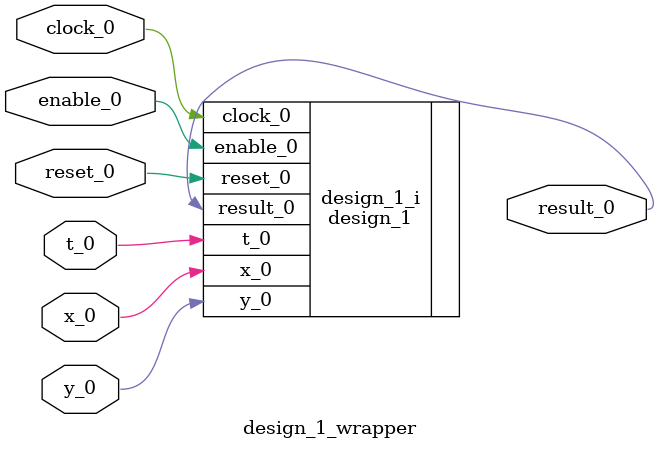
<source format=v>
`timescale 1 ps / 1 ps

module design_1_wrapper
   (clock_0,
    enable_0,
    reset_0,
    result_0,
    t_0,
    x_0,
    y_0);
  input clock_0;
  input enable_0;
  input reset_0;
  output result_0;
  input t_0;
  input x_0;
  input y_0;

  wire clock_0;
  wire enable_0;
  wire reset_0;
  wire result_0;
  wire t_0;
  wire x_0;
  wire y_0;

  design_1 design_1_i
       (.clock_0(clock_0),
        .enable_0(enable_0),
        .reset_0(reset_0),
        .result_0(result_0),
        .t_0(t_0),
        .x_0(x_0),
        .y_0(y_0));
endmodule

</source>
